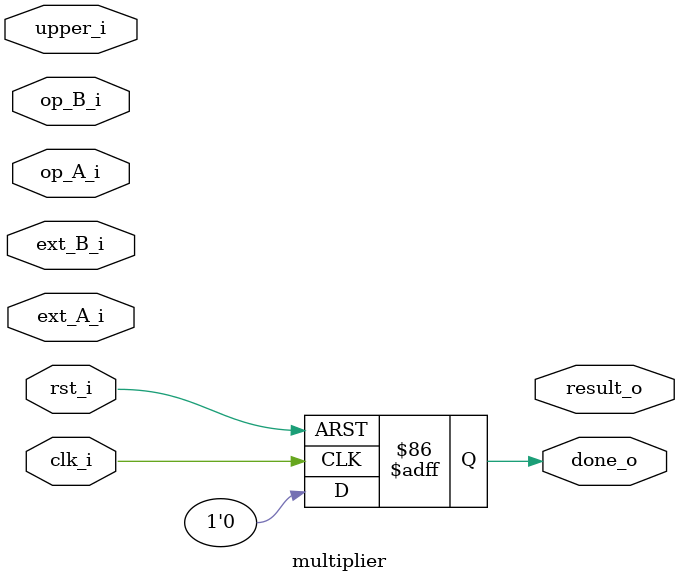
<source format=v>
module multiplier ( 
    
    // Inputs
    input wire clk_i,
    input wire rst_i,
    input wire [31:0] op_A_i,
    input wire [31:0] op_B_i,
    input wire ext_A_i,
    input wire ext_B_i,
    input wire upper_i,

    // Outputs
    output wire [31:0] result_o,
    output done_o
);

    localparam INIT   = 3'b000;
    localparam MULT_1 = 3'b001;
    localparam MULT_2 = 3'b011;
    localparam MULT_3 = 3'b010;
    localparam MULT_4 = 3'b110;
    localparam DONE   = 3'b100;

    reg reg_A_en_s;
    reg reg_B_en_s;
    reg AC_en_s;
    reg mux_B_sel_s;
    reg [2:0] shift_0_s;
    reg [2:0] shift_1_s;
    reg [2:0] shift_2_s;
    reg [2:0] shift_3_s;
    reg [1:0] rol_amount_s;
    reg [2:0] current_state_s;
    reg [2:0] next_state_s;


    // CONTROL PATH
    always @(posedge clk_i, posedge rst_i) begin
        if (rst_i) begin
            reg_A_en_s   <= 1'b0;
            reg_B_en_s   <= 1'b0;
            AC_en_s      <= 1'b0;
            mux_B_sel_s  <= 1'b0;
            shift_0_s    <= 3'b000;
            shift_1_s    <= 3'b000;
            shift_2_s    <= 3'b000;
            shift_3_s    <= 3'b000;
            rol_amount_s <= 2'b00;
            done_o       <= 1'b0;
        end
        else if (clk_i) begin

            case (current_state_s)
                INIT : begin
                    reg_A_en_s   <= 1'b1;
                    reg_B_en_s   <= 1'b1;
                    AC_en_s      <= 1'b0;
                    mux_B_sel_s  <= 1'b0;
                    shift_0_s    <= 3'bxxx;
                    shift_1_s    <= 3'bxxx;
                    shift_2_s    <= 3'bxxx;
                    shift_3_s    <= 3'bxxx;
                    rol_amount_s <= 2'b00;
                    done_o       <= 1'b0;
                end
                MULT_1 : begin
                    reg_A_en_s   <= 1'b0;
                    reg_B_en_s   <= 1'b1;
                    AC_en_s      <= 1'b1;
                    mux_B_sel_s  <= 1'b1;
                    shift_0_s    <= 3'b000;  // 0  = 0*8
                    shift_1_s    <= 3'b010;  // 16 = 2*8
                    shift_2_s    <= 3'b100;  // 32 = 4*8
                    shift_3_s    <= 3'b110;  // 48 = 6*8
                    rol_amount_s <= 2'b01;
                    done_o       <= 1'b0;
                end
                MULT_2 : begin
                    reg_A_en_s   <= 1'b0;
                    reg_B_en_s   <= 1'b1;
                    AC_en_s      <= 1'b1;
                    mux_B_sel_s  <= 1'b1;
                    shift_0_s    <= 3'b011;  // 24 = 3*8
                    shift_1_s    <= 3'b001;  // 8  = 1*8
                    shift_2_s    <= 3'b011;  // 24 = 3*8
                    shift_3_s    <= 3'b101;  // 40 = 5*8
                    rol_amount_s <= 2'b01;
                    done_o       <= 1'b0;
                end
                MULT_3 : begin
                    reg_A_en_s   <= 1'b0;
                    reg_B_en_s   <= 1'b1;
                    AC_en_s      <= 1'b1;
                    mux_B_sel_s  <= 1'b1;
                    shift_0_s    <= 3'b010;  // 16 = 2*8
                    shift_1_s    <= 3'b100;  // 32 = 4*8
                    shift_2_s    <= 3'b010;  // 16 = 2*8
                    shift_3_s    <= 3'b100;  // 32 = 4*8
                    rol_amount_s <= 2'b01;
                    done_o       <= 1'b0;
                end
                MULT_4 : begin
                    reg_A_en_s   <= 1'b0;
                    reg_B_en_s   <= 1'b1;
                    AC_en_s      <= 1'b1;
                    mux_B_sel_s  <= 1'b1;
                    shift_0_s    <= 3'b001;  // 8  = 1*8
                    shift_1_s    <= 3'b011;  // 24 = 3*8 
                    shift_2_s    <= 3'b101;  // 40 = 5*8
                    shift_3_s    <= 3'b011;  // 24 = 3*8
                    rol_amount_s <= 2'b01;
                    done_o       <= 1'b0;
                end
                DONE : begin
                    reg_A_en_s   <= 1'bx;
                    reg_B_en_s   <= 1'bx;
                    AC_en_s      <= 1'b0;
                    mux_B_sel_s  <= 1'bx;
                    shift_0_s    <= 3'bxxx;
                    shift_1_s    <= 3'bxxx;
                    shift_2_s    <= 3'bxxx;
                    shift_3_s    <= 3'bxxx;
                    rol_amount_s <= 2'bxx;
                    done_o       <= 1'b0;
                end
                default : begin
                    reg_A_en_s   <= 1'bx;
                    reg_B_en_s   <= 1'bx;
                    AC_en_s      <= 1'b0;
                    mux_B_sel_s  <= 1'bx;
                    shift_0_s    <= 3'bxxx;
                    shift_1_s    <= 3'bxxx;
                    shift_2_s    <= 3'bxxx;
                    shift_3_s    <= 3'bxxx;
                    rol_amount_s <= 2'bxx;
                    done_o       <= 1'b0;
                end
            endcase
        end
    end


// DATA PATH
    reg  [31:0] reg_A_s;
    reg  [31:0] reg_B_s;
    wire [31:0] mux_B_s;

    always @(posedge clk_i, posedge rst_i) begin
        if (rst_i) begin
            reg_A_s <= 32'h00000000;
            reg_B_s <= 32'h00000000;
        end
        else if (clk_i) begin
            if (reg_A_en_s)
                reg_A_s <= op_A_i;
            
            if (reg_B_en_s)
                reg_B_s <= mux_B_s;
        end
    end

    // ROTATE

    assign mux_B_s = (mux_B_sel_s == 1'b0) ? op_B_i : B_rol_s;



endmodule
</source>
